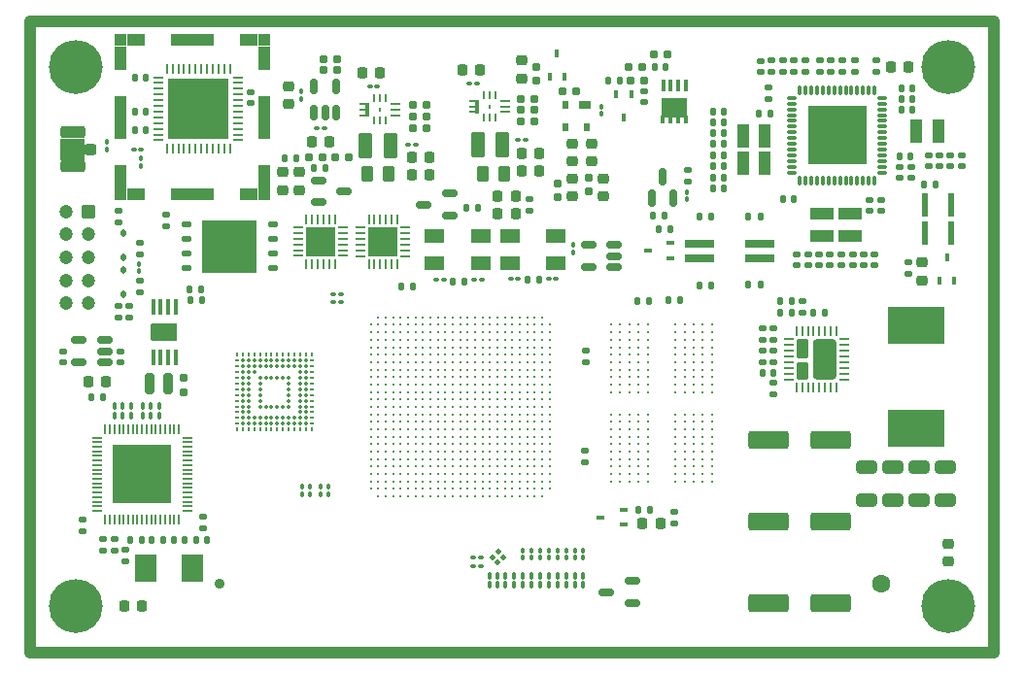
<source format=gbr>
%TF.GenerationSoftware,KiCad,Pcbnew,7.99.0-3958-g1df84f4d92*%
%TF.CreationDate,2023-12-24T00:45:37+01:00*%
%TF.ProjectId,SBC,5342432e-6b69-4636-9164-5f7063625858,rev?*%
%TF.SameCoordinates,Original*%
%TF.FileFunction,Soldermask,Top*%
%TF.FilePolarity,Negative*%
%FSLAX46Y46*%
G04 Gerber Fmt 4.6, Leading zero omitted, Abs format (unit mm)*
G04 Created by KiCad (PCBNEW 7.99.0-3958-g1df84f4d92) date 2023-12-24 00:45:37*
%MOMM*%
%LPD*%
G01*
G04 APERTURE LIST*
G04 Aperture macros list*
%AMRoundRect*
0 Rectangle with rounded corners*
0 $1 Rounding radius*
0 $2 $3 $4 $5 $6 $7 $8 $9 X,Y pos of 4 corners*
0 Add a 4 corners polygon primitive as box body*
4,1,4,$2,$3,$4,$5,$6,$7,$8,$9,$2,$3,0*
0 Add four circle primitives for the rounded corners*
1,1,$1+$1,$2,$3*
1,1,$1+$1,$4,$5*
1,1,$1+$1,$6,$7*
1,1,$1+$1,$8,$9*
0 Add four rect primitives between the rounded corners*
20,1,$1+$1,$2,$3,$4,$5,0*
20,1,$1+$1,$4,$5,$6,$7,0*
20,1,$1+$1,$6,$7,$8,$9,0*
20,1,$1+$1,$8,$9,$2,$3,0*%
G04 Aperture macros list end*
%ADD10C,1.000000*%
%ADD11RoundRect,0.218750X0.256250X-0.218750X0.256250X0.218750X-0.256250X0.218750X-0.256250X-0.218750X0*%
%ADD12RoundRect,0.135000X0.135000X0.185000X-0.135000X0.185000X-0.135000X-0.185000X0.135000X-0.185000X0*%
%ADD13RoundRect,0.135000X0.185000X-0.135000X0.185000X0.135000X-0.185000X0.135000X-0.185000X-0.135000X0*%
%ADD14RoundRect,0.250000X-0.350000X0.350000X-0.350000X-0.350000X0.350000X-0.350000X0.350000X0.350000X0*%
%ADD15C,1.200000*%
%ADD16RoundRect,0.125000X0.262500X0.125000X-0.262500X0.125000X-0.262500X-0.125000X0.262500X-0.125000X0*%
%ADD17R,4.700000X4.600000*%
%ADD18RoundRect,0.150000X0.512500X0.150000X-0.512500X0.150000X-0.512500X-0.150000X0.512500X-0.150000X0*%
%ADD19RoundRect,0.140000X-0.170000X0.140000X-0.170000X-0.140000X0.170000X-0.140000X0.170000X0.140000X0*%
%ADD20RoundRect,0.140000X0.140000X0.170000X-0.140000X0.170000X-0.140000X-0.170000X0.140000X-0.170000X0*%
%ADD21RoundRect,0.160000X-0.160000X0.197500X-0.160000X-0.197500X0.160000X-0.197500X0.160000X0.197500X0*%
%ADD22RoundRect,0.135000X-0.135000X-0.185000X0.135000X-0.185000X0.135000X0.185000X-0.135000X0.185000X0*%
%ADD23R,0.250000X0.700000*%
%ADD24R,0.900000X0.250000*%
%ADD25R,0.400000X1.250000*%
%ADD26R,0.250000X0.400000*%
%ADD27RoundRect,0.100000X-0.100000X0.217500X-0.100000X-0.217500X0.100000X-0.217500X0.100000X0.217500X0*%
%ADD28RoundRect,0.160000X-0.197500X-0.160000X0.197500X-0.160000X0.197500X0.160000X-0.197500X0.160000X0*%
%ADD29RoundRect,0.140000X0.170000X-0.140000X0.170000X0.140000X-0.170000X0.140000X-0.170000X-0.140000X0*%
%ADD30RoundRect,0.100000X-0.100000X0.130000X-0.100000X-0.130000X0.100000X-0.130000X0.100000X0.130000X0*%
%ADD31RoundRect,0.062500X0.062500X-0.337500X0.062500X0.337500X-0.062500X0.337500X-0.062500X-0.337500X0*%
%ADD32RoundRect,0.062500X0.337500X-0.062500X0.337500X0.062500X-0.337500X0.062500X-0.337500X-0.062500X0*%
%ADD33R,5.300000X5.300000*%
%ADD34R,2.000000X1.100000*%
%ADD35RoundRect,0.140000X-0.140000X-0.170000X0.140000X-0.170000X0.140000X0.170000X-0.140000X0.170000X0*%
%ADD36RoundRect,0.062500X-0.375000X-0.062500X0.375000X-0.062500X0.375000X0.062500X-0.375000X0.062500X0*%
%ADD37RoundRect,0.062500X-0.062500X-0.375000X0.062500X-0.375000X0.062500X0.375000X-0.062500X0.375000X0*%
%ADD38RoundRect,0.106599X0.418401X0.723401X-0.418401X0.723401X-0.418401X-0.723401X0.418401X-0.723401X0*%
%ADD39RoundRect,0.106599X0.418401X0.633401X-0.418401X0.633401X-0.418401X-0.633401X0.418401X-0.633401X0*%
%ADD40RoundRect,0.200000X0.785000X-1.540000X0.785000X1.540000X-0.785000X1.540000X-0.785000X-1.540000X0*%
%ADD41RoundRect,0.100000X-0.130000X-0.100000X0.130000X-0.100000X0.130000X0.100000X-0.130000X0.100000X0*%
%ADD42C,0.270000*%
%ADD43RoundRect,0.100000X0.100000X-0.130000X0.100000X0.130000X-0.100000X0.130000X-0.100000X-0.130000X0*%
%ADD44R,1.000000X1.000000*%
%ADD45R,1.000000X2.130000*%
%ADD46R,1.000000X3.800000*%
%ADD47R,1.650000X1.000000*%
%ADD48R,3.800000X1.000000*%
%ADD49RoundRect,0.225000X-0.225000X-0.250000X0.225000X-0.250000X0.225000X0.250000X-0.225000X0.250000X0*%
%ADD50RoundRect,0.160000X0.197500X0.160000X-0.197500X0.160000X-0.197500X-0.160000X0.197500X-0.160000X0*%
%ADD51RoundRect,0.135000X-0.185000X0.135000X-0.185000X-0.135000X0.185000X-0.135000X0.185000X0.135000X0*%
%ADD52RoundRect,0.250000X-0.650000X0.325000X-0.650000X-0.325000X0.650000X-0.325000X0.650000X0.325000X0*%
%ADD53RoundRect,0.218750X0.218750X0.256250X-0.218750X0.256250X-0.218750X-0.256250X0.218750X-0.256250X0*%
%ADD54R,1.100000X2.000000*%
%ADD55RoundRect,0.100000X0.100000X-0.217500X0.100000X0.217500X-0.100000X0.217500X-0.100000X-0.217500X0*%
%ADD56RoundRect,0.062500X-0.062500X0.375000X-0.062500X-0.375000X0.062500X-0.375000X0.062500X0.375000X0*%
%ADD57RoundRect,0.062500X-0.375000X0.062500X-0.375000X-0.062500X0.375000X-0.062500X0.375000X0.062500X0*%
%ADD58R,2.500000X2.500000*%
%ADD59RoundRect,0.225000X0.225000X0.250000X-0.225000X0.250000X-0.225000X-0.250000X0.225000X-0.250000X0*%
%ADD60RoundRect,0.250000X1.500000X0.550000X-1.500000X0.550000X-1.500000X-0.550000X1.500000X-0.550000X0*%
%ADD61R,0.450000X0.700000*%
%ADD62RoundRect,0.218750X-0.218750X-0.256250X0.218750X-0.256250X0.218750X0.256250X-0.218750X0.256250X0*%
%ADD63O,0.200000X0.350000*%
%ADD64O,0.350000X0.200000*%
%ADD65C,0.350000*%
%ADD66RoundRect,0.100000X0.130000X0.100000X-0.130000X0.100000X-0.130000X-0.100000X0.130000X-0.100000X0*%
%ADD67R,0.700000X0.450000*%
%ADD68RoundRect,0.225000X0.250000X-0.225000X0.250000X0.225000X-0.250000X0.225000X-0.250000X-0.225000X0*%
%ADD69R,0.450000X1.450000*%
%ADD70C,0.300000*%
%ADD71RoundRect,0.076200X1.066800X0.685800X-1.066800X0.685800X-1.066800X-0.685800X1.066800X-0.685800X0*%
%ADD72C,3.100000*%
%ADD73C,4.700000*%
%ADD74RoundRect,0.100000X-0.162635X0.021213X0.021213X-0.162635X0.162635X-0.021213X-0.021213X0.162635X0*%
%ADD75RoundRect,0.173913X-0.226087X-0.726087X0.226087X-0.726087X0.226087X0.726087X-0.226087X0.726087X0*%
%ADD76RoundRect,0.025000X-0.225000X-0.975000X0.225000X-0.975000X0.225000X0.975000X-0.225000X0.975000X0*%
%ADD77RoundRect,0.112500X0.112500X-0.187500X0.112500X0.187500X-0.112500X0.187500X-0.112500X-0.187500X0*%
%ADD78R,4.950000X3.175000*%
%ADD79C,0.330200*%
%ADD80RoundRect,0.067500X-0.357500X-0.067500X0.357500X-0.067500X0.357500X0.067500X-0.357500X0.067500X0*%
%ADD81RoundRect,0.067500X-0.067500X0.357500X-0.067500X-0.357500X0.067500X-0.357500X0.067500X0.357500X0*%
%ADD82R,5.060000X5.200000*%
%ADD83RoundRect,0.250000X0.262500X0.450000X-0.262500X0.450000X-0.262500X-0.450000X0.262500X-0.450000X0*%
%ADD84R,0.405000X0.990000*%
%ADD85R,2.235000X1.725000*%
%ADD86R,0.406250X0.760000*%
%ADD87R,1.900000X2.400000*%
%ADD88RoundRect,0.050000X0.362500X0.050000X-0.362500X0.050000X-0.362500X-0.050000X0.362500X-0.050000X0*%
%ADD89RoundRect,0.050000X0.050000X0.362500X-0.050000X0.362500X-0.050000X-0.362500X0.050000X-0.362500X0*%
%ADD90R,5.200000X5.200000*%
%ADD91RoundRect,0.218750X-0.256250X0.218750X-0.256250X-0.218750X0.256250X-0.218750X0.256250X0.218750X0*%
%ADD92R,2.650000X0.760000*%
%ADD93RoundRect,0.250000X-0.375000X-0.850000X0.375000X-0.850000X0.375000X0.850000X-0.375000X0.850000X0*%
%ADD94R,1.000000X0.700000*%
%ADD95R,0.600000X0.700000*%
%ADD96R,1.800000X1.200000*%
%ADD97RoundRect,0.250000X0.275000X0.250000X-0.275000X0.250000X-0.275000X-0.250000X0.275000X-0.250000X0*%
%ADD98RoundRect,0.250000X0.850000X0.275000X-0.850000X0.275000X-0.850000X-0.275000X0.850000X-0.275000X0*%
%ADD99RoundRect,0.225000X-0.250000X0.225000X-0.250000X-0.225000X0.250000X-0.225000X0.250000X0.225000X0*%
%ADD100RoundRect,0.150000X0.150000X-0.512500X0.150000X0.512500X-0.150000X0.512500X-0.150000X-0.512500X0*%
%ADD101RoundRect,0.150000X-0.512500X-0.150000X0.512500X-0.150000X0.512500X0.150000X-0.512500X0.150000X0*%
%ADD102RoundRect,0.150000X0.150000X-0.587500X0.150000X0.587500X-0.150000X0.587500X-0.150000X-0.587500X0*%
%ADD103C,1.600000*%
%ADD104C,0.900000*%
G04 APERTURE END LIST*
D10*
X-4000000Y51000000D02*
X80000000Y51000000D01*
X80000000Y-4000000D01*
X-4000000Y-4000000D01*
X-4000000Y51000000D01*
%TO.C,J4*%
G36*
X738000Y38906000D02*
G01*
X-1352000Y38906000D01*
X-1352000Y40786000D01*
X738000Y40786000D01*
X738000Y38906000D01*
G37*
%TD*%
D11*
%TO.C,D4*%
X43244000Y38782500D03*
X43244000Y40357500D03*
%TD*%
D12*
%TO.C,R84*%
X34999600Y34726200D03*
X33979600Y34726200D03*
%TD*%
D13*
%TO.C,R107*%
X582600Y6530200D03*
X582600Y7550200D03*
%TD*%
D14*
%TO.C,J3*%
X1112000Y34427000D03*
D15*
X-888000Y34427000D03*
X1112000Y32427000D03*
X-888000Y32427000D03*
X1112000Y30427000D03*
X-888000Y30427000D03*
X1112000Y28427000D03*
X-888000Y28427000D03*
X1112000Y26427000D03*
X-888000Y26427000D03*
%TD*%
D16*
%TO.C,U14*%
X17137200Y29465700D03*
X17137200Y30735700D03*
X17137200Y32005700D03*
X17137200Y33275700D03*
X9637200Y33275700D03*
X9637200Y32005700D03*
X9637200Y30735700D03*
X9637200Y29465700D03*
D17*
X13387200Y31370700D03*
%TD*%
D18*
%TO.C,U10*%
X46921500Y29594000D03*
X46921500Y30544000D03*
X46921500Y31494000D03*
X44646500Y31494000D03*
X44646500Y29594000D03*
%TD*%
D12*
%TO.C,R77*%
X50027900Y8429600D03*
X49007900Y8429600D03*
%TD*%
D19*
%TO.C,C17*%
X60777981Y19474986D03*
X60777981Y18514986D03*
%TD*%
D20*
%TO.C,C60*%
X62554519Y35514614D03*
X61594519Y35514614D03*
%TD*%
D13*
%TO.C,R3*%
X60752981Y23189986D03*
X60752981Y24209986D03*
%TD*%
D19*
%TO.C,C327*%
X4317019Y4894614D03*
X4317019Y3934614D03*
%TD*%
D21*
%TO.C,R31*%
X44641000Y37376500D03*
X44641000Y36181500D03*
%TD*%
D22*
%TO.C,R86*%
X9952000Y26727000D03*
X10972000Y26727000D03*
%TD*%
D20*
%TO.C,C54*%
X56457981Y36432487D03*
X55497981Y36432487D03*
%TD*%
D19*
%TO.C,C317*%
X2354519Y5832114D03*
X2354519Y4872114D03*
%TD*%
%TO.C,C34*%
X67677981Y30667486D03*
X67677981Y29707486D03*
%TD*%
D11*
%TO.C,D5*%
X73749400Y28393900D03*
X73749400Y29968900D03*
%TD*%
D23*
%TO.C,U5*%
X25987000Y42375000D03*
X26487000Y42375000D03*
X26987000Y42375000D03*
D24*
X27837000Y42825000D03*
X27837000Y43325000D03*
X27837000Y43825000D03*
D23*
X26987000Y44275000D03*
X26487000Y44275000D03*
X25987000Y44275000D03*
D24*
X25137000Y42825000D03*
X25137000Y43325000D03*
D25*
X25387000Y43325000D03*
D24*
X25137000Y43825000D03*
D26*
X26487000Y43325000D03*
%TD*%
D27*
%TO.C,R41*%
X38149200Y2672500D03*
X38149200Y1857500D03*
%TD*%
D12*
%TO.C,R109*%
X5727019Y5814614D03*
X4707019Y5814614D03*
%TD*%
D28*
%TO.C,R23*%
X21564500Y46727000D03*
X22759500Y46727000D03*
%TD*%
D13*
%TO.C,R90*%
X3674519Y33485014D03*
X3674519Y34505014D03*
%TD*%
D29*
%TO.C,C63*%
X49527519Y43937014D03*
X49527519Y44897014D03*
%TD*%
D27*
%TO.C,R101*%
X4062400Y17429900D03*
X4062400Y16614900D03*
%TD*%
D13*
%TO.C,R9*%
X67892981Y46574986D03*
X67892981Y47594986D03*
%TD*%
D30*
%TO.C,C65*%
X19662000Y44859500D03*
X19662000Y44219500D03*
%TD*%
D19*
%TO.C,C39*%
X68627981Y30667486D03*
X68627981Y29707486D03*
%TD*%
D31*
%TO.C,U19*%
X7912000Y39927000D03*
X8412000Y39927000D03*
X8912000Y39927000D03*
X9412000Y39927000D03*
X9912000Y39927000D03*
X10412000Y39927000D03*
X10912000Y39927000D03*
X11412000Y39927000D03*
X11912000Y39927000D03*
X12412000Y39927000D03*
X12912000Y39927000D03*
X13412000Y39927000D03*
D32*
X14112000Y40627000D03*
X14112000Y41127000D03*
X14112000Y41627000D03*
X14112000Y42127000D03*
X14112000Y42627000D03*
X14112000Y43127000D03*
X14112000Y43627000D03*
X14112000Y44127000D03*
X14112000Y44627000D03*
X14112000Y45127000D03*
X14112000Y45627000D03*
X14112000Y46127000D03*
D31*
X13412000Y46827000D03*
X12912000Y46827000D03*
X12412000Y46827000D03*
X11912000Y46827000D03*
X11412000Y46827000D03*
X10912000Y46827000D03*
X10412000Y46827000D03*
X9912000Y46827000D03*
X9412000Y46827000D03*
X8912000Y46827000D03*
X8412000Y46827000D03*
X7912000Y46827000D03*
D32*
X7212000Y46127000D03*
X7212000Y45627000D03*
X7212000Y45127000D03*
X7212000Y44627000D03*
X7212000Y44127000D03*
X7212000Y43627000D03*
X7212000Y43127000D03*
X7212000Y42627000D03*
X7212000Y42127000D03*
X7212000Y41627000D03*
X7212000Y41127000D03*
X7212000Y40627000D03*
D33*
X10662000Y43377000D03*
%TD*%
D19*
%TO.C,C38*%
X76214519Y39314614D03*
X76214519Y38354614D03*
%TD*%
%TO.C,C59*%
X69190481Y35454986D03*
X69190481Y34494986D03*
%TD*%
D34*
%TO.C,L5*%
X65027981Y34219986D03*
X65027981Y32319986D03*
%TD*%
D35*
%TO.C,C62*%
X71940481Y43274986D03*
X72900481Y43274986D03*
%TD*%
D36*
%TO.C,U2*%
X62090481Y23274986D03*
X62090481Y22774986D03*
X62090481Y22274986D03*
X62090481Y21774986D03*
X62090481Y21274986D03*
X62090481Y20774986D03*
X62090481Y20274986D03*
X62090481Y19774986D03*
D37*
X62777981Y19087486D03*
X63277981Y19087486D03*
X63777981Y19087486D03*
X64277981Y19087486D03*
X64777981Y19087486D03*
X65277981Y19087486D03*
X65777981Y19087486D03*
X66277981Y19087486D03*
D36*
X66965481Y19774986D03*
X66965481Y20274986D03*
X66965481Y20774986D03*
X66965481Y21274986D03*
X66965481Y21774986D03*
X66965481Y22274986D03*
X66965481Y22774986D03*
X66965481Y23274986D03*
D37*
X66277981Y23962486D03*
X65777981Y23962486D03*
X65277981Y23962486D03*
X64777981Y23962486D03*
X64277981Y23962486D03*
X63777981Y23962486D03*
X63277981Y23962486D03*
X62777981Y23962486D03*
D38*
X63312981Y22434986D03*
D39*
X63312981Y20524986D03*
D40*
X65282981Y21524986D03*
%TD*%
D30*
%TO.C,C97*%
X20374919Y10399414D03*
X20374919Y9759414D03*
%TD*%
D41*
%TO.C,C74*%
X28961000Y40277000D03*
X29601000Y40277000D03*
%TD*%
D20*
%TO.C,C1*%
X60807981Y20374986D03*
X59847981Y20374986D03*
%TD*%
D13*
%TO.C,R1*%
X60752981Y21264986D03*
X60752981Y22284986D03*
%TD*%
D42*
%TO.C,U12*%
X46629519Y24539614D03*
X47429519Y24539614D03*
X48229519Y24539614D03*
X49029519Y24539614D03*
X49829519Y24539614D03*
X52229519Y24539614D03*
X53029519Y24539614D03*
X53829519Y24539614D03*
X54629519Y24539614D03*
X55429519Y24539614D03*
X46629519Y11539614D03*
X47429519Y11539614D03*
X48229519Y11539614D03*
X49029519Y11539614D03*
X49829519Y11539614D03*
X52229519Y11539614D03*
X53029519Y11539614D03*
X53829519Y11539614D03*
X54629519Y11539614D03*
X55429519Y11539614D03*
X46629519Y10889614D03*
X47429519Y10889614D03*
X48229519Y10889614D03*
X49029519Y10889614D03*
X49829519Y10889614D03*
X52229519Y10889614D03*
X53029519Y10889614D03*
X53829519Y10889614D03*
X54629519Y10889614D03*
X55429519Y10889614D03*
X46629519Y23889614D03*
X47429519Y23889614D03*
X48229519Y23889614D03*
X49029519Y23889614D03*
X49829519Y23889614D03*
X52229519Y23889614D03*
X53029519Y23889614D03*
X53829519Y23889614D03*
X54629519Y23889614D03*
X55429519Y23889614D03*
X46629519Y23239614D03*
X47429519Y23239614D03*
X48229519Y23239614D03*
X49029519Y23239614D03*
X49829519Y23239614D03*
X52229519Y23239614D03*
X53029519Y23239614D03*
X53829519Y23239614D03*
X54629519Y23239614D03*
X55429519Y23239614D03*
X46629519Y22589614D03*
X47429519Y22589614D03*
X48229519Y22589614D03*
X49029519Y22589614D03*
X49829519Y22589614D03*
X52229519Y22589614D03*
X53029519Y22589614D03*
X53829519Y22589614D03*
X54629519Y22589614D03*
X55429519Y22589614D03*
X46629519Y21939614D03*
X47429519Y21939614D03*
X48229519Y21939614D03*
X49029519Y21939614D03*
X49829519Y21939614D03*
X52229519Y21939614D03*
X53029519Y21939614D03*
X53829519Y21939614D03*
X54629519Y21939614D03*
X55429519Y21939614D03*
X46629519Y21289614D03*
X47429519Y21289614D03*
X48229519Y21289614D03*
X49029519Y21289614D03*
X49829519Y21289614D03*
X52229519Y21289614D03*
X53029519Y21289614D03*
X53829519Y21289614D03*
X54629519Y21289614D03*
X55429519Y21289614D03*
X46629519Y20639614D03*
X47429519Y20639614D03*
X48229519Y20639614D03*
X49029519Y20639614D03*
X49829519Y20639614D03*
X52229519Y20639614D03*
X53029519Y20639614D03*
X53829519Y20639614D03*
X54629519Y20639614D03*
X55429519Y20639614D03*
X46629519Y19989614D03*
X47429519Y19989614D03*
X48229519Y19989614D03*
X49029519Y19989614D03*
X49829519Y19989614D03*
X52229519Y19989614D03*
X53029519Y19989614D03*
X53829519Y19989614D03*
X54629519Y19989614D03*
X55429519Y19989614D03*
X46629519Y19339614D03*
X47429519Y19339614D03*
X48229519Y19339614D03*
X49029519Y19339614D03*
X49829519Y19339614D03*
X52229519Y19339614D03*
X53029519Y19339614D03*
X53829519Y19339614D03*
X54629519Y19339614D03*
X55429519Y19339614D03*
X46629519Y18689614D03*
X47429519Y18689614D03*
X48229519Y18689614D03*
X49029519Y18689614D03*
X49829519Y18689614D03*
X52229519Y18689614D03*
X53029519Y18689614D03*
X53829519Y18689614D03*
X54629519Y18689614D03*
X55429519Y18689614D03*
X46629519Y16739614D03*
X47429519Y16739614D03*
X48229519Y16739614D03*
X49029519Y16739614D03*
X49829519Y16739614D03*
X52229519Y16739614D03*
X53029519Y16739614D03*
X53829519Y16739614D03*
X54629519Y16739614D03*
X55429519Y16739614D03*
X46629519Y16089614D03*
X47429519Y16089614D03*
X48229519Y16089614D03*
X49029519Y16089614D03*
X49829519Y16089614D03*
X52229519Y16089614D03*
X53029519Y16089614D03*
X53829519Y16089614D03*
X54629519Y16089614D03*
X55429519Y16089614D03*
X46629519Y15439614D03*
X47429519Y15439614D03*
X48229519Y15439614D03*
X49029519Y15439614D03*
X49829519Y15439614D03*
X52229519Y15439614D03*
X53029519Y15439614D03*
X53829519Y15439614D03*
X54629519Y15439614D03*
X55429519Y15439614D03*
X46629519Y14789614D03*
X47429519Y14789614D03*
X48229519Y14789614D03*
X49029519Y14789614D03*
X49829519Y14789614D03*
X52229519Y14789614D03*
X53029519Y14789614D03*
X53829519Y14789614D03*
X54629519Y14789614D03*
X55429519Y14789614D03*
X46629519Y14139614D03*
X47429519Y14139614D03*
X48229519Y14139614D03*
X49029519Y14139614D03*
X49829519Y14139614D03*
X52229519Y14139614D03*
X53029519Y14139614D03*
X53829519Y14139614D03*
X54629519Y14139614D03*
X55429519Y14139614D03*
X46629519Y13489614D03*
X47429519Y13489614D03*
X48229519Y13489614D03*
X49029519Y13489614D03*
X49829519Y13489614D03*
X52229519Y13489614D03*
X53029519Y13489614D03*
X53829519Y13489614D03*
X54629519Y13489614D03*
X55429519Y13489614D03*
X46629519Y12839614D03*
X47429519Y12839614D03*
X48229519Y12839614D03*
X49029519Y12839614D03*
X49829519Y12839614D03*
X52229519Y12839614D03*
X53029519Y12839614D03*
X53829519Y12839614D03*
X54629519Y12839614D03*
X55429519Y12839614D03*
X46629519Y12189614D03*
X47429519Y12189614D03*
X48229519Y12189614D03*
X49029519Y12189614D03*
X49829519Y12189614D03*
X52229519Y12189614D03*
X53029519Y12189614D03*
X53829519Y12189614D03*
X54629519Y12189614D03*
X55429519Y12189614D03*
%TD*%
D43*
%TO.C,C314*%
X2697000Y39846000D03*
X2697000Y40486000D03*
%TD*%
D44*
%TO.C,J2*%
X3879000Y49370000D03*
D45*
X3879000Y47805000D03*
D46*
X3879000Y42640000D03*
D45*
X3879000Y37475000D03*
D44*
X3879000Y35910000D03*
D47*
X5204000Y49370000D03*
X5204000Y35910000D03*
D48*
X10129000Y49370000D03*
X10129000Y35910000D03*
D47*
X15054000Y49370000D03*
X15054000Y35910000D03*
D44*
X16379000Y49370000D03*
D45*
X16379000Y47805000D03*
D46*
X16379000Y42640000D03*
D45*
X16379000Y37475000D03*
D44*
X16379000Y35910000D03*
%TD*%
D20*
%TO.C,C316*%
X6092000Y43127000D03*
X5132000Y43127000D03*
%TD*%
D49*
%TO.C,C75*%
X29268000Y37610000D03*
X30818000Y37610000D03*
%TD*%
D50*
%TO.C,R17*%
X49525019Y45817014D03*
X48330019Y45817014D03*
%TD*%
D51*
%TO.C,R14*%
X62577981Y47609986D03*
X62577981Y46589986D03*
%TD*%
D30*
%TO.C,C99*%
X22000519Y10399414D03*
X22000519Y9759414D03*
%TD*%
D52*
%TO.C,C46*%
X68877981Y12174986D03*
X68877981Y9224986D03*
%TD*%
D12*
%TO.C,R67*%
X49937519Y26620814D03*
X48917519Y26620814D03*
%TD*%
D53*
%TO.C,D8*%
X38327100Y34243600D03*
X36752100Y34243600D03*
%TD*%
D51*
%TO.C,R7*%
X63310000Y26634400D03*
X63310000Y25614400D03*
%TD*%
D54*
%TO.C,L1*%
X60002981Y41019986D03*
X58102981Y41019986D03*
%TD*%
D55*
%TO.C,R48*%
X41197200Y1857500D03*
X41197200Y2672500D03*
%TD*%
D41*
%TO.C,C107*%
X34617000Y3515800D03*
X35257000Y3515800D03*
%TD*%
D56*
%TO.C,U15*%
X28010000Y33727300D03*
X27510000Y33727300D03*
X27010000Y33727300D03*
X26510000Y33727300D03*
X26010000Y33727300D03*
X25510000Y33727300D03*
D57*
X24822500Y33039800D03*
X24822500Y32539800D03*
X24822500Y32039800D03*
X24822500Y31539800D03*
X24822500Y31039800D03*
X24822500Y30539800D03*
D56*
X25510000Y29852300D03*
X26010000Y29852300D03*
X26510000Y29852300D03*
X27010000Y29852300D03*
X27510000Y29852300D03*
X28010000Y29852300D03*
D57*
X28697500Y30539800D03*
X28697500Y31039800D03*
X28697500Y31539800D03*
X28697500Y32039800D03*
X28697500Y32539800D03*
X28697500Y33039800D03*
D58*
X26760000Y31789800D03*
%TD*%
D12*
%TO.C,R89*%
X19235400Y39070700D03*
X18215400Y39070700D03*
%TD*%
D59*
%TO.C,C287*%
X72550000Y47000000D03*
X71000000Y47000000D03*
%TD*%
D41*
%TO.C,C86*%
X34287805Y45580800D03*
X34927805Y45580800D03*
%TD*%
D30*
%TO.C,C149*%
X43351100Y31494000D03*
X43351100Y30854000D03*
%TD*%
D51*
%TO.C,R59*%
X53300000Y38010000D03*
X53300000Y36990000D03*
%TD*%
D20*
%TO.C,C49*%
X56457981Y38369153D03*
X55497981Y38369153D03*
%TD*%
D13*
%TO.C,R10*%
X61627981Y46589986D03*
X61627981Y47609986D03*
%TD*%
D60*
%TO.C,C20*%
X65727981Y7374986D03*
X60327981Y7374986D03*
%TD*%
D55*
%TO.C,R51*%
X42721200Y1857500D03*
X42721200Y2672500D03*
%TD*%
D49*
%TO.C,C85*%
X38846805Y37960800D03*
X40396805Y37960800D03*
%TD*%
D54*
%TO.C,L4*%
X73252981Y41419986D03*
X75152981Y41419986D03*
%TD*%
D20*
%TO.C,C44*%
X56457981Y39337486D03*
X55497981Y39337486D03*
%TD*%
D49*
%TO.C,C73*%
X20529000Y40511500D03*
X22079000Y40511500D03*
%TD*%
D53*
%TO.C,D7*%
X38327100Y35742200D03*
X36752100Y35742200D03*
%TD*%
D27*
%TO.C,R103*%
X5815000Y17455300D03*
X5815000Y16640300D03*
%TD*%
D61*
%TO.C,Q3*%
X41266286Y46197919D03*
X42566286Y46197919D03*
X41916286Y48197919D03*
%TD*%
D19*
%TO.C,C53*%
X70140481Y35454986D03*
X70140481Y34494986D03*
%TD*%
D20*
%TO.C,C315*%
X6092000Y41527000D03*
X5132000Y41527000D03*
%TD*%
D19*
%TO.C,C26*%
X66752981Y47579986D03*
X66752981Y46619986D03*
%TD*%
D55*
%TO.C,R46*%
X38962000Y1857500D03*
X38962000Y2672500D03*
%TD*%
D62*
%TO.C,FB8*%
X1067019Y19552114D03*
X2642019Y19552114D03*
%TD*%
D50*
%TO.C,R25*%
X30513500Y41674000D03*
X29318500Y41674000D03*
%TD*%
D41*
%TO.C,C162*%
X41178000Y28582000D03*
X41818000Y28582000D03*
%TD*%
D29*
%TO.C,C64*%
X3904519Y21286552D03*
X3904519Y22246552D03*
%TD*%
D22*
%TO.C,R79*%
X54369200Y33982000D03*
X55389200Y33982000D03*
%TD*%
D54*
%TO.C,L2*%
X60002981Y38619986D03*
X58102981Y38619986D03*
%TD*%
D49*
%TO.C,C76*%
X24950000Y46500000D03*
X26500000Y46500000D03*
%TD*%
D63*
%TO.C,U13*%
X14034519Y21920014D03*
X14534519Y21920014D03*
X15034519Y21920014D03*
X15534519Y21920014D03*
X16034519Y21920014D03*
X16534519Y21920014D03*
X17034519Y21920014D03*
X17534519Y21920014D03*
X18034519Y21920014D03*
X18534519Y21920014D03*
X19034519Y21920014D03*
X19534519Y21920014D03*
X20034519Y21920014D03*
X20534519Y21920014D03*
D64*
X14034519Y21420014D03*
D65*
X14534519Y21420014D03*
X15034519Y21420014D03*
X15534519Y21420014D03*
X16034519Y21420014D03*
X16534519Y21420014D03*
X17034519Y21420014D03*
X17534519Y21420014D03*
X18034519Y21420014D03*
X18534519Y21420014D03*
X19034519Y21420014D03*
X19534519Y21420014D03*
X20034519Y21420014D03*
D64*
X20534519Y21420014D03*
X14034519Y20920014D03*
D65*
X14534519Y20920014D03*
X15034519Y20920014D03*
X15534519Y20920014D03*
X16034519Y20920014D03*
X16534519Y20920014D03*
X17034519Y20920014D03*
X17534519Y20920014D03*
X18034519Y20920014D03*
X18534519Y20920014D03*
X19034519Y20920014D03*
X19534519Y20920014D03*
X20034519Y20920014D03*
D64*
X20534519Y20920014D03*
X14034519Y20420014D03*
D65*
X14534519Y20420014D03*
X15034519Y20420014D03*
X15534519Y20420014D03*
X19534519Y20420014D03*
X20034519Y20420014D03*
D64*
X20534519Y20420014D03*
X14034519Y19920014D03*
D65*
X14534519Y19920014D03*
X15034519Y19920014D03*
X16034519Y19920014D03*
X16534519Y19920014D03*
X17034519Y19920014D03*
X17534519Y19920014D03*
X18034519Y19920014D03*
X18534519Y19920014D03*
X19534519Y19920014D03*
X20034519Y19920014D03*
D64*
X20534519Y19920014D03*
X14034519Y19420014D03*
D65*
X14534519Y19420014D03*
X15034519Y19420014D03*
X16034519Y19420014D03*
X18534519Y19420014D03*
X19534519Y19420014D03*
X20034519Y19420014D03*
D64*
X20534519Y19420014D03*
X14034519Y18920014D03*
D65*
X14534519Y18920014D03*
X15034519Y18920014D03*
X16034519Y18920014D03*
X18534519Y18920014D03*
X19534519Y18920014D03*
X20034519Y18920014D03*
D64*
X20534519Y18920014D03*
X14034519Y18420014D03*
D65*
X14534519Y18420014D03*
X15034519Y18420014D03*
X16034519Y18420014D03*
X18534519Y18420014D03*
X19534519Y18420014D03*
X20034519Y18420014D03*
D64*
X20534519Y18420014D03*
X14034519Y17920014D03*
D65*
X14534519Y17920014D03*
X15034519Y17920014D03*
X16034519Y17920014D03*
X18534519Y17920014D03*
X19534519Y17920014D03*
X20034519Y17920014D03*
D64*
X20534519Y17920014D03*
X14034519Y17420014D03*
D65*
X14534519Y17420014D03*
X15034519Y17420014D03*
X16034519Y17420014D03*
X16534519Y17420014D03*
X17034519Y17420014D03*
X17534519Y17420014D03*
X18034519Y17420014D03*
X18534519Y17420014D03*
X19534519Y17420014D03*
X20034519Y17420014D03*
D64*
X20534519Y17420014D03*
X14034519Y16920014D03*
D65*
X14534519Y16920014D03*
X15034519Y16920014D03*
X19534519Y16920014D03*
X20034519Y16920014D03*
D64*
X20534519Y16920014D03*
X14034519Y16420014D03*
D65*
X14534519Y16420014D03*
X15034519Y16420014D03*
X15534519Y16420014D03*
X16034519Y16420014D03*
X16534519Y16420014D03*
X17034519Y16420014D03*
X17534519Y16420014D03*
X18034519Y16420014D03*
X18534519Y16420014D03*
X19034519Y16420014D03*
X19534519Y16420014D03*
X20034519Y16420014D03*
D64*
X20534519Y16420014D03*
X14034519Y15920014D03*
D65*
X14534519Y15920014D03*
X15034519Y15920014D03*
X15534519Y15920014D03*
X16034519Y15920014D03*
X16534519Y15920014D03*
X17034519Y15920014D03*
X17534519Y15920014D03*
X18034519Y15920014D03*
X18534519Y15920014D03*
X19034519Y15920014D03*
X19534519Y15920014D03*
X20034519Y15920014D03*
D64*
X20534519Y15920014D03*
D63*
X14034519Y15420014D03*
X14534519Y15420014D03*
X15034519Y15420014D03*
X15534519Y15420014D03*
X16034519Y15420014D03*
X16534519Y15420014D03*
X17034519Y15420014D03*
X17534519Y15420014D03*
X18034519Y15420014D03*
X18534519Y15420014D03*
X19034519Y15420014D03*
X19534519Y15420014D03*
X20034519Y15420014D03*
X20534519Y15420014D03*
%TD*%
D51*
%TO.C,R12*%
X60627981Y47609986D03*
X60627981Y46589986D03*
%TD*%
D28*
%TO.C,R19*%
X22562000Y39127000D03*
X23757000Y39127000D03*
%TD*%
D49*
%TO.C,C77*%
X29268000Y39134000D03*
X30818000Y39134000D03*
%TD*%
D60*
%TO.C,C27*%
X65727981Y14474986D03*
X60327981Y14474986D03*
%TD*%
D41*
%TO.C,C78*%
X25593000Y45357000D03*
X26233000Y45357000D03*
%TD*%
D13*
%TO.C,R75*%
X72504800Y28950800D03*
X72504800Y29970800D03*
%TD*%
D30*
%TO.C,C96*%
X19663719Y10399414D03*
X19663719Y9759414D03*
%TD*%
D13*
%TO.C,R2*%
X59802981Y21264986D03*
X59802981Y22284986D03*
%TD*%
D22*
%TO.C,R78*%
X58607000Y33982000D03*
X59627000Y33982000D03*
%TD*%
D34*
%TO.C,L3*%
X67427981Y34219986D03*
X67427981Y32319986D03*
%TD*%
D66*
%TO.C,C132*%
X32039000Y28455000D03*
X31399000Y28455000D03*
%TD*%
D30*
%TO.C,C106*%
X44194400Y4871000D03*
X44194400Y4231000D03*
%TD*%
D67*
%TO.C,Q7*%
X51829200Y30375200D03*
X51829200Y31675200D03*
X49829200Y31025200D03*
%TD*%
D20*
%TO.C,C50*%
X56457981Y41237486D03*
X55497981Y41237486D03*
%TD*%
D68*
%TO.C,C80*%
X45911000Y35747000D03*
X45911000Y37297000D03*
%TD*%
D27*
%TO.C,R44*%
X43483200Y2672500D03*
X43483200Y1857500D03*
%TD*%
D69*
%TO.C,U6*%
X6710800Y21686000D03*
X7360800Y21686000D03*
X8010800Y21686000D03*
X8660800Y21686000D03*
X8660800Y26086000D03*
X8010800Y26086000D03*
X7360800Y26086000D03*
D70*
X7185800Y23386000D03*
X7685800Y23386000D03*
X8185800Y23386000D03*
D71*
X7685800Y23886000D03*
D70*
X7185800Y24386000D03*
X7685800Y24386000D03*
X8185800Y24386000D03*
D69*
X6710800Y26086000D03*
%TD*%
D72*
%TO.C,H3*%
X0Y47000000D03*
D73*
X0Y47000000D03*
%TD*%
D74*
%TO.C,C102*%
X36310726Y4253274D03*
X36763274Y3800726D03*
%TD*%
D27*
%TO.C,R43*%
X44194400Y2672500D03*
X44194400Y1857500D03*
%TD*%
%TO.C,R104*%
X6526200Y17455300D03*
X6526200Y16640300D03*
%TD*%
D22*
%TO.C,R35*%
X28317400Y27868200D03*
X29337400Y27868200D03*
%TD*%
D68*
%TO.C,C290*%
X76001719Y3882414D03*
X76001719Y5432414D03*
%TD*%
D50*
%TO.C,R18*%
X21509500Y39127000D03*
X20314500Y39127000D03*
%TD*%
D19*
%TO.C,C32*%
X65677981Y30667486D03*
X65677981Y29707486D03*
%TD*%
D51*
%TO.C,R57*%
X60350000Y45260000D03*
X60350000Y44240000D03*
%TD*%
D22*
%TO.C,R81*%
X54369200Y27987600D03*
X55389200Y27987600D03*
%TD*%
D41*
%TO.C,C82*%
X38539805Y40627800D03*
X39179805Y40627800D03*
%TD*%
D55*
%TO.C,R52*%
X42010000Y1857500D03*
X42010000Y2672500D03*
%TD*%
D20*
%TO.C,C16*%
X72900481Y45174986D03*
X71940481Y45174986D03*
%TD*%
D75*
%TO.C,L7*%
X8037400Y19384600D03*
X6437400Y19384600D03*
%TD*%
D76*
%TO.C,SW2*%
X76250000Y32500000D03*
X73950000Y32500000D03*
%TD*%
D22*
%TO.C,R108*%
X6607019Y5814614D03*
X7627019Y5814614D03*
%TD*%
D76*
%TO.C,SW1*%
X76250000Y35000000D03*
X73950000Y35000000D03*
%TD*%
D72*
%TO.C,H1*%
X76000000Y47000000D03*
D73*
X76000000Y47000000D03*
%TD*%
D29*
%TO.C,C48*%
X59627981Y46599986D03*
X59627981Y47559986D03*
%TD*%
D52*
%TO.C,C42*%
X71177981Y12174986D03*
X71177981Y9224986D03*
%TD*%
D12*
%TO.C,R58*%
X74910000Y36800000D03*
X73890000Y36800000D03*
%TD*%
D77*
%TO.C,D10*%
X4154519Y30415014D03*
X4154519Y32515014D03*
%TD*%
D78*
%TO.C,L6*%
X73227981Y24532486D03*
X73227981Y15517486D03*
%TD*%
D30*
%TO.C,C100*%
X43483200Y4871000D03*
X43483200Y4231000D03*
%TD*%
D79*
%TO.C,U9*%
X25679519Y10239614D03*
X25679519Y10889614D03*
X25679519Y11539614D03*
X25679519Y12189614D03*
X25679519Y12839614D03*
X25679519Y13489614D03*
X25679519Y14139614D03*
X25679519Y14789614D03*
X25679519Y15439614D03*
X25679519Y16089614D03*
X25679519Y16739614D03*
X25679519Y17389614D03*
X25679519Y18039614D03*
X25679519Y18689614D03*
X25679519Y19339614D03*
X25679519Y19989614D03*
X25679519Y20639614D03*
X25679519Y21289614D03*
X25679519Y21939614D03*
X25679519Y22589614D03*
X25679519Y23239614D03*
X25679519Y23889614D03*
X25679519Y24539614D03*
X38679519Y9589614D03*
X38679519Y10239614D03*
X38679519Y10889614D03*
X38679519Y11539614D03*
X38679519Y12189614D03*
X38679519Y12839614D03*
X38679519Y13489614D03*
X38679519Y14139614D03*
X38679519Y14789614D03*
X38679519Y15439614D03*
X38679519Y16089614D03*
X38679519Y16739614D03*
X38679519Y17389614D03*
X38679519Y18039614D03*
X38679519Y18689614D03*
X38679519Y19339614D03*
X38679519Y19989614D03*
X38679519Y20639614D03*
X38679519Y21289614D03*
X38679519Y21939614D03*
X38679519Y22589614D03*
X38679519Y23239614D03*
X38679519Y23889614D03*
X38679519Y24539614D03*
X38679519Y25189614D03*
X39329519Y9589614D03*
X39329519Y10239614D03*
X39329519Y10889614D03*
X39329519Y11539614D03*
X39329519Y12189614D03*
X39329519Y12839614D03*
X39329519Y13489614D03*
X39329519Y14139614D03*
X39329519Y14789614D03*
X39329519Y15439614D03*
X39329519Y16089614D03*
X39329519Y16739614D03*
X39329519Y17389614D03*
X39329519Y18039614D03*
X39329519Y18689614D03*
X39329519Y19339614D03*
X39329519Y19989614D03*
X39329519Y20639614D03*
X39329519Y21289614D03*
X39329519Y21939614D03*
X39329519Y22589614D03*
X39329519Y23239614D03*
X39329519Y23889614D03*
X39329519Y24539614D03*
X39329519Y25189614D03*
X39979519Y9589614D03*
X39979519Y10239614D03*
X39979519Y10889614D03*
X39979519Y11539614D03*
X39979519Y12189614D03*
X39979519Y12839614D03*
X39979519Y13489614D03*
X39979519Y14139614D03*
X39979519Y14789614D03*
X39979519Y15439614D03*
X39979519Y16089614D03*
X39979519Y16739614D03*
X39979519Y17389614D03*
X39979519Y18039614D03*
X39979519Y18689614D03*
X39979519Y19339614D03*
X39979519Y19989614D03*
X39979519Y20639614D03*
X39979519Y21289614D03*
X39979519Y21939614D03*
X39979519Y22589614D03*
X39979519Y23239614D03*
X39979519Y23889614D03*
X39979519Y24539614D03*
X39979519Y25189614D03*
X40629519Y9589614D03*
X40629519Y10239614D03*
X40629519Y10889614D03*
X40629519Y11539614D03*
X40629519Y12189614D03*
X40629519Y12839614D03*
X40629519Y13489614D03*
X40629519Y14139614D03*
X40629519Y14789614D03*
X40629519Y15439614D03*
X40629519Y16089614D03*
X40629519Y16739614D03*
X40629519Y17389614D03*
X40629519Y18039614D03*
X40629519Y18689614D03*
X40629519Y19339614D03*
X40629519Y19989614D03*
X40629519Y20639614D03*
X40629519Y21289614D03*
X40629519Y21939614D03*
X40629519Y22589614D03*
X40629519Y23239614D03*
X40629519Y23889614D03*
X40629519Y24539614D03*
X40629519Y25189614D03*
X41279519Y10239614D03*
X41279519Y10889614D03*
X41279519Y11539614D03*
X41279519Y12189614D03*
X41279519Y12839614D03*
X41279519Y13489614D03*
X41279519Y14139614D03*
X41279519Y14789614D03*
X41279519Y15439614D03*
X41279519Y16089614D03*
X41279519Y16739614D03*
X41279519Y17389614D03*
X41279519Y18039614D03*
X41279519Y18689614D03*
X41279519Y19339614D03*
X41279519Y19989614D03*
X41279519Y20639614D03*
X41279519Y21289614D03*
X41279519Y21939614D03*
X41279519Y22589614D03*
X41279519Y23239614D03*
X41279519Y23889614D03*
X41279519Y24539614D03*
X26329519Y9589614D03*
X26329519Y10239614D03*
X26329519Y10889614D03*
X26329519Y11539614D03*
X26329519Y12189614D03*
X26329519Y12839614D03*
X26329519Y13489614D03*
X26329519Y14139614D03*
X26329519Y14789614D03*
X26329519Y15439614D03*
X26329519Y16089614D03*
X26329519Y16739614D03*
X26329519Y17389614D03*
X26329519Y18039614D03*
X26329519Y18689614D03*
X26329519Y19339614D03*
X26329519Y19989614D03*
X26329519Y20639614D03*
X26329519Y21289614D03*
X26329519Y21939614D03*
X26329519Y22589614D03*
X26329519Y23239614D03*
X26329519Y23889614D03*
X26329519Y24539614D03*
X26329519Y25189614D03*
X26979519Y9589614D03*
X26979519Y10239614D03*
X26979519Y10889614D03*
X26979519Y11539614D03*
X26979519Y12189614D03*
X26979519Y12839614D03*
X26979519Y13489614D03*
X26979519Y14139614D03*
X26979519Y14789614D03*
X26979519Y15439614D03*
X26979519Y16089614D03*
X26979519Y16739614D03*
X26979519Y17389614D03*
X26979519Y18039614D03*
X26979519Y18689614D03*
X26979519Y19339614D03*
X26979519Y19989614D03*
X26979519Y20639614D03*
X26979519Y21289614D03*
X26979519Y21939614D03*
X26979519Y22589614D03*
X26979519Y23239614D03*
X26979519Y23889614D03*
X26979519Y24539614D03*
X26979519Y25189614D03*
X27629519Y9589614D03*
X27629519Y10239614D03*
X27629519Y10889614D03*
X27629519Y11539614D03*
X27629519Y12189614D03*
X27629519Y12839614D03*
X27629519Y13489614D03*
X27629519Y14139614D03*
X27629519Y14789614D03*
X27629519Y15439614D03*
X27629519Y16089614D03*
X27629519Y16739614D03*
X27629519Y17389614D03*
X27629519Y18039614D03*
X27629519Y18689614D03*
X27629519Y19339614D03*
X27629519Y19989614D03*
X27629519Y20639614D03*
X27629519Y21289614D03*
X27629519Y21939614D03*
X27629519Y22589614D03*
X27629519Y23239614D03*
X27629519Y23889614D03*
X27629519Y24539614D03*
X27629519Y25189614D03*
X28279519Y9589614D03*
X28279519Y10239614D03*
X28279519Y10889614D03*
X28279519Y11539614D03*
X28279519Y12189614D03*
X28279519Y12839614D03*
X28279519Y13489614D03*
X28279519Y14139614D03*
X28279519Y14789614D03*
X28279519Y15439614D03*
X28279519Y16089614D03*
X28279519Y16739614D03*
X28279519Y17389614D03*
X28279519Y18039614D03*
X28279519Y18689614D03*
X28279519Y19339614D03*
X28279519Y19989614D03*
X28279519Y20639614D03*
X28279519Y21289614D03*
X28279519Y21939614D03*
X28279519Y22589614D03*
X28279519Y23239614D03*
X28279519Y23889614D03*
X28279519Y24539614D03*
X28279519Y25189614D03*
X28929519Y9589614D03*
X28929519Y10239614D03*
X28929519Y10889614D03*
X28929519Y11539614D03*
X28929519Y12189614D03*
X28929519Y12839614D03*
X28929519Y13489614D03*
X28929519Y14139614D03*
X28929519Y14789614D03*
X28929519Y15439614D03*
X28929519Y16089614D03*
X28929519Y16739614D03*
X28929519Y17389614D03*
X28929519Y18039614D03*
X28929519Y18689614D03*
X28929519Y19339614D03*
X28929519Y19989614D03*
X28929519Y20639614D03*
X28929519Y21289614D03*
X28929519Y21939614D03*
X28929519Y22589614D03*
X28929519Y23239614D03*
X28929519Y23889614D03*
X28929519Y24539614D03*
X28929519Y25189614D03*
X29579519Y9589614D03*
X29579519Y10239614D03*
X29579519Y10889614D03*
X29579519Y11539614D03*
X29579519Y12189614D03*
X29579519Y12839614D03*
X29579519Y13489614D03*
X29579519Y14139614D03*
X29579519Y14789614D03*
X29579519Y15439614D03*
X29579519Y16089614D03*
X29579519Y16739614D03*
X29579519Y17389614D03*
X29579519Y18039614D03*
X29579519Y18689614D03*
X29579519Y19339614D03*
X29579519Y19989614D03*
X29579519Y20639614D03*
X29579519Y21289614D03*
X29579519Y21939614D03*
X29579519Y22589614D03*
X29579519Y23239614D03*
X29579519Y23889614D03*
X29579519Y24539614D03*
X29579519Y25189614D03*
X30229519Y9589614D03*
X30229519Y10239614D03*
X30229519Y10889614D03*
X30229519Y11539614D03*
X30229519Y12189614D03*
X30229519Y12839614D03*
X30229519Y13489614D03*
X30229519Y14139614D03*
X30229519Y14789614D03*
X30229519Y15439614D03*
X30229519Y16089614D03*
X30229519Y16739614D03*
X30229519Y17389614D03*
X30229519Y18039614D03*
X30229519Y18689614D03*
X30229519Y19339614D03*
X30229519Y19989614D03*
X30229519Y20639614D03*
X30229519Y21289614D03*
X30229519Y21939614D03*
X30229519Y22589614D03*
X30229519Y23239614D03*
X30229519Y23889614D03*
X30229519Y24539614D03*
X30229519Y25189614D03*
X30879519Y9589614D03*
X30879519Y10239614D03*
X30879519Y10889614D03*
X30879519Y11539614D03*
X30879519Y12189614D03*
X30879519Y12839614D03*
X30879519Y13489614D03*
X30879519Y14139614D03*
X30879519Y14789614D03*
X30879519Y15439614D03*
X30879519Y16089614D03*
X30879519Y16739614D03*
X30879519Y17389614D03*
X30879519Y18039614D03*
X30879519Y18689614D03*
X30879519Y19339614D03*
X30879519Y19989614D03*
X30879519Y20639614D03*
X30879519Y21289614D03*
X30879519Y21939614D03*
X30879519Y22589614D03*
X30879519Y23239614D03*
X30879519Y23889614D03*
X30879519Y24539614D03*
X30879519Y25189614D03*
X31529519Y9589614D03*
X31529519Y10239614D03*
X31529519Y10889614D03*
X31529519Y11539614D03*
X31529519Y12189614D03*
X31529519Y12839614D03*
X31529519Y13489614D03*
X31529519Y14139614D03*
X31529519Y14789614D03*
X31529519Y15439614D03*
X31529519Y16089614D03*
X31529519Y16739614D03*
X31529519Y17389614D03*
X31529519Y18039614D03*
X31529519Y18689614D03*
X31529519Y19339614D03*
X31529519Y19989614D03*
X31529519Y20639614D03*
X31529519Y21289614D03*
X31529519Y21939614D03*
X31529519Y22589614D03*
X31529519Y23239614D03*
X31529519Y23889614D03*
X31529519Y24539614D03*
X31529519Y25189614D03*
X32179519Y9589614D03*
X32179519Y10239614D03*
X32179519Y10889614D03*
X32179519Y11539614D03*
X32179519Y12189614D03*
X32179519Y12839614D03*
X32179519Y13489614D03*
X32179519Y14139614D03*
X32179519Y14789614D03*
X32179519Y15439614D03*
X32179519Y16089614D03*
X32179519Y16739614D03*
X32179519Y17389614D03*
X32179519Y18039614D03*
X32179519Y18689614D03*
X32179519Y19339614D03*
X32179519Y19989614D03*
X32179519Y20639614D03*
X32179519Y21289614D03*
X32179519Y21939614D03*
X32179519Y22589614D03*
X32179519Y23239614D03*
X32179519Y23889614D03*
X32179519Y24539614D03*
X32179519Y25189614D03*
X32829519Y9589614D03*
X32829519Y10239614D03*
X32829519Y10889614D03*
X32829519Y11539614D03*
X32829519Y12189614D03*
X32829519Y12839614D03*
X32829519Y13489614D03*
X32829519Y14139614D03*
X32829519Y14789614D03*
X32829519Y15439614D03*
X32829519Y16089614D03*
X32829519Y16739614D03*
X32829519Y17389614D03*
X32829519Y18039614D03*
X32829519Y18689614D03*
X32829519Y19339614D03*
X32829519Y19989614D03*
X32829519Y20639614D03*
X32829519Y21289614D03*
X32829519Y21939614D03*
X32829519Y22589614D03*
X32829519Y23239614D03*
X32829519Y23889614D03*
X32829519Y24539614D03*
X32829519Y25189614D03*
X33479519Y9589614D03*
X33479519Y10239614D03*
X33479519Y10889614D03*
X33479519Y11539614D03*
X33479519Y12189614D03*
X33479519Y12839614D03*
X33479519Y13489614D03*
X33479519Y14139614D03*
X33479519Y14789614D03*
X33479519Y15439614D03*
X33479519Y16089614D03*
X33479519Y16739614D03*
X33479519Y17389614D03*
X33479519Y18039614D03*
X33479519Y18689614D03*
X33479519Y19339614D03*
X33479519Y19989614D03*
X33479519Y20639614D03*
X33479519Y21289614D03*
X33479519Y21939614D03*
X33479519Y22589614D03*
X33479519Y23239614D03*
X33479519Y23889614D03*
X33479519Y24539614D03*
X33479519Y25189614D03*
X34129519Y9589614D03*
X34129519Y10239614D03*
X34129519Y10889614D03*
X34129519Y11539614D03*
X34129519Y12189614D03*
X34129519Y12839614D03*
X34129519Y13489614D03*
X34129519Y14139614D03*
X34129519Y14789614D03*
X34129519Y15439614D03*
X34129519Y16089614D03*
X34129519Y16739614D03*
X34129519Y17389614D03*
X34129519Y18039614D03*
X34129519Y18689614D03*
X34129519Y19339614D03*
X34129519Y19989614D03*
X34129519Y20639614D03*
X34129519Y21289614D03*
X34129519Y21939614D03*
X34129519Y22589614D03*
X34129519Y23239614D03*
X34129519Y23889614D03*
X34129519Y24539614D03*
X34129519Y25189614D03*
X34779519Y9589614D03*
X34779519Y10239614D03*
X34779519Y10889614D03*
X34779519Y11539614D03*
X34779519Y12189614D03*
X34779519Y12839614D03*
X34779519Y13489614D03*
X34779519Y14139614D03*
X34779519Y14789614D03*
X34779519Y15439614D03*
X34779519Y16089614D03*
X34779519Y16739614D03*
X34779519Y17389614D03*
X34779519Y18039614D03*
X34779519Y18689614D03*
X34779519Y19339614D03*
X34779519Y19989614D03*
X34779519Y20639614D03*
X34779519Y21289614D03*
X34779519Y21939614D03*
X34779519Y22589614D03*
X34779519Y23239614D03*
X34779519Y23889614D03*
X34779519Y24539614D03*
X34779519Y25189614D03*
X35429519Y9589614D03*
X35429519Y10239614D03*
X35429519Y10889614D03*
X35429519Y11539614D03*
X35429519Y12189614D03*
X35429519Y12839614D03*
X35429519Y13489614D03*
X35429519Y14139614D03*
X35429519Y14789614D03*
X35429519Y15439614D03*
X35429519Y16089614D03*
X35429519Y16739614D03*
X35429519Y17389614D03*
X35429519Y18039614D03*
X35429519Y18689614D03*
X35429519Y19339614D03*
X35429519Y19989614D03*
X35429519Y20639614D03*
X35429519Y21289614D03*
X35429519Y21939614D03*
X35429519Y22589614D03*
X35429519Y23239614D03*
X35429519Y23889614D03*
X35429519Y24539614D03*
X35429519Y25189614D03*
X36079519Y9589614D03*
X36079519Y10239614D03*
X36079519Y10889614D03*
X36079519Y11539614D03*
X36079519Y12189614D03*
X36079519Y12839614D03*
X36079519Y13489614D03*
X36079519Y14139614D03*
X36079519Y14789614D03*
X36079519Y15439614D03*
X36079519Y16089614D03*
X36079519Y16739614D03*
X36079519Y17389614D03*
X36079519Y18039614D03*
X36079519Y18689614D03*
X36079519Y19339614D03*
X36079519Y19989614D03*
X36079519Y20639614D03*
X36079519Y21289614D03*
X36079519Y21939614D03*
X36079519Y22589614D03*
X36079519Y23239614D03*
X36079519Y23889614D03*
X36079519Y24539614D03*
X36079519Y25189614D03*
X36729519Y9589614D03*
X36729519Y10239614D03*
X36729519Y10889614D03*
X36729519Y11539614D03*
X36729519Y12189614D03*
X36729519Y12839614D03*
X36729519Y13489614D03*
X36729519Y14139614D03*
X36729519Y14789614D03*
X36729519Y15439614D03*
X36729519Y16089614D03*
X36729519Y16739614D03*
X36729519Y17389614D03*
X36729519Y18039614D03*
X36729519Y18689614D03*
X36729519Y19339614D03*
X36729519Y19989614D03*
X36729519Y20639614D03*
X36729519Y21289614D03*
X36729519Y21939614D03*
X36729519Y22589614D03*
X36729519Y23239614D03*
X36729519Y23889614D03*
X36729519Y24539614D03*
X36729519Y25189614D03*
X37379519Y9589614D03*
X37379519Y10239614D03*
X37379519Y10889614D03*
X37379519Y11539614D03*
X37379519Y12189614D03*
X37379519Y12839614D03*
X37379519Y13489614D03*
X37379519Y14139614D03*
X37379519Y14789614D03*
X37379519Y15439614D03*
X37379519Y16089614D03*
X37379519Y16739614D03*
X37379519Y17389614D03*
X37379519Y18039614D03*
X37379519Y18689614D03*
X37379519Y19339614D03*
X37379519Y19989614D03*
X37379519Y20639614D03*
X37379519Y21289614D03*
X37379519Y21939614D03*
X37379519Y22589614D03*
X37379519Y23239614D03*
X37379519Y23889614D03*
X37379519Y24539614D03*
X37379519Y25189614D03*
X38029519Y9589614D03*
X38029519Y10239614D03*
X38029519Y10889614D03*
X38029519Y11539614D03*
X38029519Y12189614D03*
X38029519Y12839614D03*
X38029519Y13489614D03*
X38029519Y14139614D03*
X38029519Y14789614D03*
X38029519Y15439614D03*
X38029519Y16089614D03*
X38029519Y16739614D03*
X38029519Y17389614D03*
X38029519Y18039614D03*
X38029519Y18689614D03*
X38029519Y19339614D03*
X38029519Y19989614D03*
X38029519Y20639614D03*
X38029519Y21289614D03*
X38029519Y21939614D03*
X38029519Y22589614D03*
X38029519Y23239614D03*
X38029519Y23889614D03*
X38029519Y24539614D03*
X38029519Y25189614D03*
%TD*%
D72*
%TO.C,H2*%
X0Y0D03*
D73*
X0Y0D03*
%TD*%
D11*
%TO.C,D2*%
X38868286Y46029419D03*
X38868286Y47604419D03*
%TD*%
D23*
%TO.C,U7*%
X35576286Y42634786D03*
X36076286Y42634786D03*
X36576286Y42634786D03*
D24*
X37426286Y43084786D03*
X37426286Y43584786D03*
X37426286Y44084786D03*
D23*
X36576286Y44534786D03*
X36076286Y44534786D03*
X35576286Y44534786D03*
D24*
X34726286Y43084786D03*
X34726286Y43584786D03*
D25*
X34976286Y43584786D03*
D24*
X34726286Y44084786D03*
D26*
X36076286Y43584786D03*
%TD*%
D35*
%TO.C,C61*%
X71752981Y39219986D03*
X72712981Y39219986D03*
%TD*%
D18*
%TO.C,U3*%
X2517019Y21286552D03*
X2517019Y22236552D03*
X2517019Y23186552D03*
X242019Y23186552D03*
X242019Y21286552D03*
%TD*%
D30*
%TO.C,C110*%
X41197200Y4871000D03*
X41197200Y4231000D03*
%TD*%
D66*
%TO.C,C148*%
X38516000Y28582000D03*
X37876000Y28582000D03*
%TD*%
D41*
%TO.C,C159*%
X34701000Y28455000D03*
X35341000Y28455000D03*
%TD*%
D50*
%TO.C,R27*%
X39923786Y44234786D03*
X38728786Y44234786D03*
%TD*%
D66*
%TO.C,C94*%
X23057000Y26527000D03*
X22417000Y26527000D03*
%TD*%
D20*
%TO.C,C45*%
X56457981Y40287486D03*
X55497981Y40287486D03*
%TD*%
D30*
%TO.C,C211*%
X53200000Y36120000D03*
X53200000Y35480000D03*
%TD*%
D41*
%TO.C,C72*%
X20984000Y41654500D03*
X21624000Y41654500D03*
%TD*%
D80*
%TO.C,U1*%
X62390481Y44324986D03*
X62390481Y43824986D03*
X62390481Y43324986D03*
X62390481Y42824986D03*
X62390481Y42324986D03*
X62390481Y41824986D03*
X62390481Y41324986D03*
X62390481Y40824986D03*
X62390481Y40324986D03*
X62390481Y39824986D03*
X62390481Y39324986D03*
X62390481Y38824986D03*
X62390481Y38324986D03*
X62390481Y37824986D03*
D81*
X63077981Y37137486D03*
X63577981Y37137486D03*
X64077981Y37137486D03*
X64577981Y37137486D03*
X65077981Y37137486D03*
X65577981Y37137486D03*
X66077981Y37137486D03*
X66577981Y37137486D03*
X67077981Y37137486D03*
X67577981Y37137486D03*
X68077981Y37137486D03*
X68577981Y37137486D03*
X69077981Y37137486D03*
X69577981Y37137486D03*
D80*
X70265481Y37824986D03*
X70265481Y38324986D03*
X70265481Y38824986D03*
X70265481Y39324986D03*
X70265481Y39824986D03*
X70265481Y40324986D03*
X70265481Y40824986D03*
X70265481Y41324986D03*
X70265481Y41824986D03*
X70265481Y42324986D03*
X70265481Y42824986D03*
X70265481Y43324986D03*
X70265481Y43824986D03*
X70265481Y44324986D03*
D81*
X69577981Y45012486D03*
X69077981Y45012486D03*
X68577981Y45012486D03*
X68077981Y45012486D03*
X67577981Y45012486D03*
X67077981Y45012486D03*
X66577981Y45012486D03*
X66077981Y45012486D03*
X65577981Y45012486D03*
X65077981Y45012486D03*
X64577981Y45012486D03*
X64077981Y45012486D03*
X63577981Y45012486D03*
X63077981Y45012486D03*
D82*
X66327981Y41074986D03*
%TD*%
D49*
%TO.C,C288*%
X4225000Y0D03*
X5775000Y0D03*
%TD*%
D35*
%TO.C,C57*%
X46397519Y45792000D03*
X47357519Y45792000D03*
%TD*%
D21*
%TO.C,R20*%
X9345600Y19880500D03*
X9345600Y18685500D03*
%TD*%
D13*
%TO.C,R93*%
X4634519Y25195014D03*
X4634519Y26215014D03*
%TD*%
D51*
%TO.C,R13*%
X63527981Y47609986D03*
X63527981Y46589986D03*
%TD*%
D20*
%TO.C,C52*%
X56457981Y43137486D03*
X55497981Y43137486D03*
%TD*%
D29*
%TO.C,C58*%
X69752981Y46619986D03*
X69752981Y47579986D03*
%TD*%
D13*
%TO.C,R92*%
X3662000Y25195014D03*
X3662000Y26215014D03*
%TD*%
D19*
%TO.C,C23*%
X66727981Y30667486D03*
X66727981Y29707486D03*
%TD*%
D83*
%TO.C,SH2*%
X37313786Y37734786D03*
X35488786Y37734786D03*
%TD*%
D30*
%TO.C,C103*%
X42721200Y4871000D03*
X42721200Y4231000D03*
%TD*%
D19*
%TO.C,C33*%
X74304519Y39314614D03*
X74304519Y38354614D03*
%TD*%
D50*
%TO.C,R15*%
X51578500Y48143000D03*
X50383500Y48143000D03*
%TD*%
D19*
%TO.C,C29*%
X64727981Y30667486D03*
X64727981Y29707486D03*
%TD*%
D52*
%TO.C,C40*%
X73477981Y12174986D03*
X73477981Y9224986D03*
%TD*%
D13*
%TO.C,R106*%
X3354519Y4842114D03*
X3354519Y5862114D03*
%TD*%
D68*
%TO.C,C81*%
X43244000Y35747000D03*
X43244000Y37297000D03*
%TD*%
D84*
%TO.C,Q2*%
X53140000Y45435000D03*
X52480000Y45435000D03*
X51820000Y45435000D03*
X51160000Y45435000D03*
D85*
X52140000Y43442500D03*
D86*
X53140000Y42450000D03*
X52478750Y42450000D03*
X51817500Y42450000D03*
X51156250Y42450000D03*
%TD*%
D18*
%TO.C,Q4*%
X48481500Y299000D03*
X48481500Y2199000D03*
X46206500Y1249000D03*
%TD*%
D13*
%TO.C,R88*%
X5584519Y30675014D03*
X5584519Y31695014D03*
%TD*%
D55*
%TO.C,R50*%
X36015600Y1857500D03*
X36015600Y2672500D03*
%TD*%
D87*
%TO.C,Y5*%
X10167019Y3314614D03*
X6067019Y3314614D03*
%TD*%
D50*
%TO.C,R28*%
X43587500Y44904000D03*
X42392500Y44904000D03*
%TD*%
D20*
%TO.C,C55*%
X56457981Y42187486D03*
X55497981Y42187486D03*
%TD*%
D83*
%TO.C,SH1*%
X27235000Y37737000D03*
X25410000Y37737000D03*
%TD*%
D13*
%TO.C,R91*%
X5604519Y27385014D03*
X5604519Y28405014D03*
%TD*%
D35*
%TO.C,C319*%
X10437019Y5814614D03*
X11397019Y5814614D03*
%TD*%
D88*
%TO.C,U17*%
X9692019Y8314614D03*
X9692019Y8714614D03*
X9692019Y9114614D03*
X9692019Y9514614D03*
X9692019Y9914614D03*
X9692019Y10314614D03*
X9692019Y10714614D03*
X9692019Y11114614D03*
X9692019Y11514614D03*
X9692019Y11914614D03*
X9692019Y12314614D03*
X9692019Y12714614D03*
X9692019Y13114614D03*
X9692019Y13514614D03*
X9692019Y13914614D03*
X9692019Y14314614D03*
X9692019Y14714614D03*
D89*
X8954519Y15452114D03*
X8554519Y15452114D03*
X8154519Y15452114D03*
X7754519Y15452114D03*
X7354519Y15452114D03*
X6954519Y15452114D03*
X6554519Y15452114D03*
X6154519Y15452114D03*
X5754519Y15452114D03*
X5354519Y15452114D03*
X4954519Y15452114D03*
X4554519Y15452114D03*
X4154519Y15452114D03*
X3754519Y15452114D03*
X3354519Y15452114D03*
X2954519Y15452114D03*
X2554519Y15452114D03*
D88*
X1817019Y14714614D03*
X1817019Y14314614D03*
X1817019Y13914614D03*
X1817019Y13514614D03*
X1817019Y13114614D03*
X1817019Y12714614D03*
X1817019Y12314614D03*
X1817019Y11914614D03*
X1817019Y11514614D03*
X1817019Y11114614D03*
X1817019Y10714614D03*
X1817019Y10314614D03*
X1817019Y9914614D03*
X1817019Y9514614D03*
X1817019Y9114614D03*
X1817019Y8714614D03*
X1817019Y8314614D03*
D89*
X2554519Y7577114D03*
X2954519Y7577114D03*
X3354519Y7577114D03*
X3754519Y7577114D03*
X4154519Y7577114D03*
X4554519Y7577114D03*
X4954519Y7577114D03*
X5354519Y7577114D03*
X5754519Y7577114D03*
X6154519Y7577114D03*
X6554519Y7577114D03*
X6954519Y7577114D03*
X7354519Y7577114D03*
X7754519Y7577114D03*
X8154519Y7577114D03*
X8554519Y7577114D03*
X8954519Y7577114D03*
D90*
X5754519Y11514614D03*
%TD*%
D28*
%TO.C,R30*%
X38728786Y43259786D03*
X39923786Y43259786D03*
%TD*%
D29*
%TO.C,C69*%
X-1145481Y21286552D03*
X-1145481Y22246552D03*
%TD*%
D91*
%TO.C,D11*%
X19462000Y37877000D03*
X19462000Y36302000D03*
%TD*%
D19*
%TO.C,C24*%
X65777981Y47579986D03*
X65777981Y46619986D03*
%TD*%
D51*
%TO.C,R66*%
X44337519Y13600814D03*
X44337519Y12580814D03*
%TD*%
D92*
%TO.C,SW3*%
X54375000Y31635000D03*
X54375000Y30365000D03*
X59625000Y30365000D03*
X59625000Y31635000D03*
%TD*%
D27*
%TO.C,R102*%
X4773600Y17429900D03*
X4773600Y16614900D03*
%TD*%
D20*
%TO.C,C311*%
X6092000Y46127000D03*
X5132000Y46127000D03*
%TD*%
D22*
%TO.C,R60*%
X50290000Y34100000D03*
X51310000Y34100000D03*
%TD*%
D18*
%TO.C,Q8*%
X32581100Y34081000D03*
X32581100Y35981000D03*
X30306100Y35031000D03*
%TD*%
D22*
%TO.C,R80*%
X58607000Y28013000D03*
X59627000Y28013000D03*
%TD*%
D28*
%TO.C,R22*%
X21564500Y47727000D03*
X22759500Y47727000D03*
%TD*%
%TO.C,R26*%
X29318500Y42690000D03*
X30513500Y42690000D03*
%TD*%
D30*
%TO.C,C98*%
X21289319Y10399414D03*
X21289319Y9759414D03*
%TD*%
D67*
%TO.C,Q6*%
X47739900Y7108800D03*
X47739900Y8408800D03*
X45739900Y7758800D03*
%TD*%
D93*
%TO.C,L8*%
X25247500Y40150000D03*
X27397500Y40150000D03*
%TD*%
D19*
%TO.C,C31*%
X69577981Y30667486D03*
X69577981Y29707486D03*
%TD*%
D55*
%TO.C,R49*%
X36726800Y1857500D03*
X36726800Y2672500D03*
%TD*%
D94*
%TO.C,U8*%
X44309000Y43745000D03*
D95*
X42609000Y43745000D03*
X42609000Y41745000D03*
X44509000Y41745000D03*
%TD*%
D20*
%TO.C,C56*%
X51357519Y46982014D03*
X50397519Y46982014D03*
%TD*%
D43*
%TO.C,C79*%
X45784000Y42924000D03*
X45784000Y43564000D03*
%TD*%
D62*
%TO.C,D6*%
X49340000Y7210400D03*
X50915000Y7210400D03*
%TD*%
D20*
%TO.C,C309*%
X9497019Y5814614D03*
X8537019Y5814614D03*
%TD*%
D51*
%TO.C,R87*%
X7862000Y34147000D03*
X7862000Y33127000D03*
%TD*%
%TO.C,R95*%
X11054519Y7852114D03*
X11054519Y6832114D03*
%TD*%
D77*
%TO.C,D9*%
X4144519Y27205014D03*
X4144519Y29305014D03*
%TD*%
D21*
%TO.C,R24*%
X40138286Y47033419D03*
X40138286Y45838419D03*
%TD*%
D22*
%TO.C,R85*%
X9877000Y27627000D03*
X10897000Y27627000D03*
%TD*%
D30*
%TO.C,C105*%
X39673200Y4871000D03*
X39673200Y4231000D03*
%TD*%
D27*
%TO.C,R100*%
X3351200Y17429900D03*
X3351200Y16614900D03*
%TD*%
D19*
%TO.C,C37*%
X62827981Y30667486D03*
X62827981Y29707486D03*
%TD*%
D61*
%TO.C,Q5*%
X75258400Y28410000D03*
X76558400Y28410000D03*
X75908400Y30410000D03*
%TD*%
D96*
%TO.C,Y1*%
X35243000Y32322000D03*
X31243000Y32322000D03*
X31243000Y29922000D03*
X35243000Y29922000D03*
%TD*%
D56*
%TO.C,U16*%
X22559000Y33742700D03*
X22059000Y33742700D03*
X21559000Y33742700D03*
X21059000Y33742700D03*
X20559000Y33742700D03*
X20059000Y33742700D03*
D57*
X19371500Y33055200D03*
X19371500Y32555200D03*
X19371500Y32055200D03*
X19371500Y31555200D03*
X19371500Y31055200D03*
X19371500Y30555200D03*
D56*
X20059000Y29867700D03*
X20559000Y29867700D03*
X21059000Y29867700D03*
X21559000Y29867700D03*
X22059000Y29867700D03*
X22559000Y29867700D03*
D57*
X23246500Y30555200D03*
X23246500Y31055200D03*
X23246500Y31555200D03*
X23246500Y32055200D03*
X23246500Y32555200D03*
X23246500Y33055200D03*
D58*
X21309000Y31805200D03*
%TD*%
D93*
%TO.C,L9*%
X35001286Y40272200D03*
X37151286Y40272200D03*
%TD*%
D96*
%TO.C,Y2*%
X41793000Y32322000D03*
X37793000Y32322000D03*
X37793000Y29922000D03*
X41793000Y29922000D03*
%TD*%
D55*
%TO.C,R47*%
X40486000Y1857500D03*
X40486000Y2672500D03*
%TD*%
D11*
%TO.C,D3*%
X44895000Y38782500D03*
X44895000Y40357500D03*
%TD*%
D41*
%TO.C,C101*%
X34617000Y4227000D03*
X35257000Y4227000D03*
%TD*%
D30*
%TO.C,C109*%
X42010000Y4871000D03*
X42010000Y4231000D03*
%TD*%
D22*
%TO.C,R68*%
X51647519Y26680814D03*
X52667519Y26680814D03*
%TD*%
D19*
%TO.C,C18*%
X71777981Y38319986D03*
X71777981Y37359986D03*
%TD*%
D50*
%TO.C,R29*%
X39923786Y42284786D03*
X38728786Y42284786D03*
%TD*%
D91*
%TO.C,D12*%
X17988800Y37862400D03*
X17988800Y36287400D03*
%TD*%
D97*
%TO.C,J4*%
X1273000Y39846000D03*
D98*
X-252000Y38371000D03*
X-252000Y41321000D03*
%TD*%
D12*
%TO.C,R53*%
X33880000Y28328000D03*
X32860000Y28328000D03*
%TD*%
D43*
%TO.C,C172*%
X5464519Y29230014D03*
X5464519Y29870014D03*
%TD*%
D50*
%TO.C,R21*%
X30513500Y43706000D03*
X29318500Y43706000D03*
%TD*%
D30*
%TO.C,C111*%
X38962000Y4871000D03*
X38962000Y4231000D03*
%TD*%
D72*
%TO.C,H4*%
X76000000Y0D03*
D73*
X76000000Y0D03*
%TD*%
D20*
%TO.C,C321*%
X2314519Y18252114D03*
X1354519Y18252114D03*
%TD*%
D50*
%TO.C,R16*%
X49375019Y46982014D03*
X48180019Y46982014D03*
%TD*%
D29*
%TO.C,C313*%
X15212000Y43847000D03*
X15212000Y44807000D03*
%TD*%
D20*
%TO.C,C14*%
X72900481Y44224986D03*
X71940481Y44224986D03*
%TD*%
D49*
%TO.C,C83*%
X38846805Y39484800D03*
X40396805Y39484800D03*
%TD*%
D29*
%TO.C,C19*%
X72752981Y37364986D03*
X72752981Y38324986D03*
%TD*%
D51*
%TO.C,R76*%
X52159500Y8230400D03*
X52159500Y7210400D03*
%TD*%
D49*
%TO.C,C84*%
X33639805Y46723800D03*
X35189805Y46723800D03*
%TD*%
D20*
%TO.C,C51*%
X56457981Y37400820D03*
X55497981Y37400820D03*
%TD*%
D22*
%TO.C,R11*%
X59490000Y42967486D03*
X60510000Y42967486D03*
%TD*%
D12*
%TO.C,R6*%
X62397600Y25616400D03*
X61377600Y25616400D03*
%TD*%
D30*
%TO.C,C312*%
X5684000Y39023000D03*
X5684000Y38383000D03*
%TD*%
D99*
%TO.C,C68*%
X18510000Y45350500D03*
X18510000Y43800500D03*
%TD*%
D61*
%TO.C,Q1*%
X48377519Y44617014D03*
X47077519Y44617014D03*
X47727519Y42617014D03*
%TD*%
D19*
%TO.C,C25*%
X64852981Y47579986D03*
X64852981Y46619986D03*
%TD*%
D22*
%TO.C,R83*%
X50811200Y32915200D03*
X51831200Y32915200D03*
%TD*%
D12*
%TO.C,R8*%
X65293200Y25565600D03*
X64273200Y25565600D03*
%TD*%
%TO.C,R94*%
X21717400Y38231400D03*
X20697400Y38231400D03*
%TD*%
D100*
%TO.C,U4*%
X20762000Y43039500D03*
X21712000Y43039500D03*
X22662000Y43039500D03*
X22662000Y45314500D03*
X20762000Y45314500D03*
%TD*%
D66*
%TO.C,L10*%
X5689000Y39846000D03*
X5049000Y39846000D03*
%TD*%
D60*
%TO.C,C28*%
X65727981Y274986D03*
X60327981Y274986D03*
%TD*%
D13*
%TO.C,R65*%
X44397519Y21275614D03*
X44397519Y22295614D03*
%TD*%
D19*
%TO.C,C30*%
X75259519Y39314614D03*
X75259519Y38354614D03*
%TD*%
D21*
%TO.C,R32*%
X41974000Y36856500D03*
X41974000Y35661500D03*
%TD*%
D101*
%TO.C,Q9*%
X21111300Y37113800D03*
X21111300Y35213800D03*
X23386300Y36163800D03*
%TD*%
D51*
%TO.C,R82*%
X39546200Y35515600D03*
X39546200Y34495600D03*
%TD*%
D52*
%TO.C,C35*%
X75777981Y12174986D03*
X75777981Y9224986D03*
%TD*%
D74*
%TO.C,C108*%
X36810726Y4753274D03*
X37263274Y4300726D03*
%TD*%
D27*
%TO.C,R105*%
X7237400Y17455300D03*
X7237400Y16640300D03*
%TD*%
D30*
%TO.C,C104*%
X40486000Y4871000D03*
X40486000Y4231000D03*
%TD*%
D102*
%TO.C,U11*%
X50150000Y35562500D03*
X52050000Y35562500D03*
X51100000Y37437500D03*
%TD*%
D27*
%TO.C,R42*%
X37438000Y2672500D03*
X37438000Y1857500D03*
%TD*%
D19*
%TO.C,C22*%
X77154519Y39314614D03*
X77154519Y38354614D03*
%TD*%
%TO.C,C21*%
X63777981Y30667486D03*
X63777981Y29707486D03*
%TD*%
D55*
%TO.C,R45*%
X39673200Y1857500D03*
X39673200Y2672500D03*
%TD*%
D12*
%TO.C,R54*%
X40357000Y28455000D03*
X39337000Y28455000D03*
%TD*%
D66*
%TO.C,C95*%
X23062000Y27227000D03*
X22422000Y27227000D03*
%TD*%
D13*
%TO.C,R4*%
X59802981Y23189986D03*
X59802981Y24209986D03*
%TD*%
D12*
%TO.C,R5*%
X62397600Y26581600D03*
X61377600Y26581600D03*
%TD*%
D103*
%TO.C,J1*%
X70200000Y2000000D03*
D104*
X12500000Y2000000D03*
%TD*%
M02*

</source>
